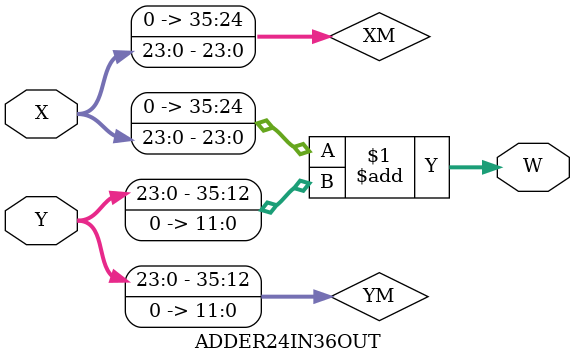
<source format=v>
`timescale 1ns / 1ps


// MODULE FOR ADDER INPUT BIT LENGTH IS 24 & OUTPUT BIT LENGTHIS 36
module ADDER24IN36OUT(input [23:0]X, input [23:0]Y, output [35:0]W);
wire [35:0]XM = { 12'b0,X };
wire [35:0]YM = { Y,12'b0};
assign W = XM + YM;
endmodule
</source>
